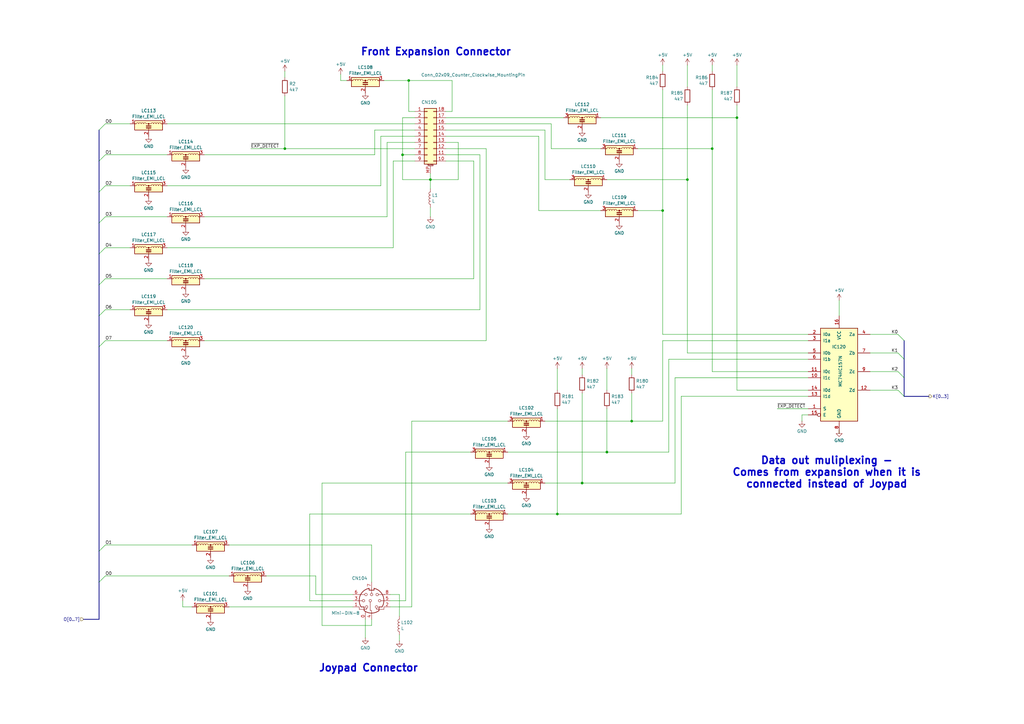
<source format=kicad_sch>
(kicad_sch (version 20231120) (generator "eeschema") (generator_version "8.0")
  (paper "A3")
  (title_block (title "PC-Engine SuperGrafx Schematics") (date "2024-04-18") (rev "0.1") (company "Author: Regis Galland") (comment 1 "Reversed Engineered Schematics from actual PCB"))
  (lib_symbols
    (symbol "74xx:74LS157" (pin_names (offset 1.016))
      (property "Reference" "U" (at -7.62 19.05 0))
      (property "Value" "74LS157" (at -7.62 -21.59 0))
      (symbol "74LS157_1_0"
        (pin input line (at -12.7 -15.24 0) (length 5.08) (name "S") (number "1"))
        (pin input line (at -12.7 -2.54 0) (length 5.08) (name "I1c") (number "10"))
        (pin input line (at -12.7 0 0) (length 5.08) (name "I0c") (number "11"))
        (pin output line (at 12.7 -7.62 180) (length 5.08) (name "Zd") (number "12"))
        (pin input line (at -12.7 -10.16 0) (length 5.08) (name "I1d") (number "13"))
        (pin input line (at -12.7 -7.62 0) (length 5.08) (name "I0d") (number "14"))
        (pin input inverted (at -12.7 -17.78 0) (length 5.08) (name "E") (number "15"))
        (pin power_in line (at 0 22.86 270) (length 5.08) (name "VCC") (number "16"))
        (pin input line (at -12.7 15.24 0) (length 5.08) (name "I0a") (number "2"))
        (pin input line (at -12.7 12.7 0) (length 5.08) (name "I1a") (number "3"))
        (pin output line (at 12.7 15.24 180) (length 5.08) (name "Za") (number "4"))
        (pin input line (at -12.7 7.62 0) (length 5.08) (name "I0b") (number "5"))
        (pin input line (at -12.7 5.08 0) (length 5.08) (name "I1b") (number "6"))
        (pin output line (at 12.7 7.62 180) (length 5.08) (name "Zb") (number "7"))
        (pin power_in line (at 0 -25.4 90) (length 5.08) (name "GND") (number "8"))
        (pin output line (at 12.7 0 180) (length 5.08) (name "Zc") (number "9"))
      )
      (symbol "74LS157_1_1"
        (rectangle (start -7.62 17.78) (end 7.62 -20.32) (stroke (width 0.254)) (fill (type background)))
      )
    )
    (symbol "Connector_Generic_MountingPin:Conn_02x09_Counter_Clockwise_MountingPin" (pin_names (offset 1.016) hide)
      (property "Reference" "J" (at 1.27 12.7 0))
      (property "Value" "Conn_02x09_Counter_Clockwise_MountingPin" (at 2.54 -12.7 0))
      (symbol "Conn_02x09_Counter_Clockwise_MountingPin_1_1"
        (rectangle (start -1.27 -10.033) (end 0 -10.287) (stroke (width 0.1524)))
        (rectangle (start -1.27 -7.493) (end 0 -7.747) (stroke (width 0.1524)))
        (rectangle (start -1.27 -4.953) (end 0 -5.207) (stroke (width 0.1524)))
        (rectangle (start -1.27 -2.413) (end 0 -2.667) (stroke (width 0.1524)))
        (rectangle (start -1.27 0.127) (end 0 -0.127) (stroke (width 0.1524)))
        (rectangle (start -1.27 2.667) (end 0 2.413) (stroke (width 0.1524)))
        (rectangle (start -1.27 5.207) (end 0 4.953) (stroke (width 0.1524)))
        (rectangle (start -1.27 7.747) (end 0 7.493) (stroke (width 0.1524)))
        (rectangle (start -1.27 10.287) (end 0 10.033) (stroke (width 0.1524)))
        (rectangle (start -1.27 11.43) (end 3.81 -11.43) (stroke (width 0.254)) (fill (type background)))
        (polyline (pts (xy 0.254 -12.192) (xy 2.286 -12.192)) (stroke (width 0.1524)))
        (rectangle (start 3.81 -10.033) (end 2.54 -10.287) (stroke (width 0.1524)))
        (rectangle (start 3.81 -7.493) (end 2.54 -7.747) (stroke (width 0.1524)))
        (rectangle (start 3.81 -4.953) (end 2.54 -5.207) (stroke (width 0.1524)))
        (rectangle (start 3.81 -2.413) (end 2.54 -2.667) (stroke (width 0.1524)))
        (rectangle (start 3.81 0.127) (end 2.54 -0.127) (stroke (width 0.1524)))
        (rectangle (start 3.81 2.667) (end 2.54 2.413) (stroke (width 0.1524)))
        (rectangle (start 3.81 5.207) (end 2.54 4.953) (stroke (width 0.1524)))
        (rectangle (start 3.81 7.747) (end 2.54 7.493) (stroke (width 0.1524)))
        (rectangle (start 3.81 10.287) (end 2.54 10.033) (stroke (width 0.1524)))
        (text "Mounting" (at 1.27 -11.811 0) (effects (font (size 0.381 0.381))))
        (pin passive line (at -5.08 10.16 0) (length 3.81) (name "Pin_1") (number "1"))
        (pin passive line (at 7.62 -10.16 180) (length 3.81) (name "Pin_10") (number "10"))
        (pin passive line (at 7.62 -7.62 180) (length 3.81) (name "Pin_11") (number "11"))
        (pin passive line (at 7.62 -5.08 180) (length 3.81) (name "Pin_12") (number "12"))
        (pin passive line (at 7.62 -2.54 180) (length 3.81) (name "Pin_13") (number "13"))
        (pin passive line (at 7.62 0 180) (length 3.81) (name "Pin_14") (number "14"))
        (pin passive line (at 7.62 2.54 180) (length 3.81) (name "Pin_15") (number "15"))
        (pin passive line (at 7.62 5.08 180) (length 3.81) (name "Pin_16") (number "16"))
        (pin passive line (at 7.62 7.62 180) (length 3.81) (name "Pin_17") (number "17"))
        (pin passive line (at 7.62 10.16 180) (length 3.81) (name "Pin_18") (number "18"))
        (pin passive line (at -5.08 7.62 0) (length 3.81) (name "Pin_2") (number "2"))
        (pin passive line (at -5.08 5.08 0) (length 3.81) (name "Pin_3") (number "3"))
        (pin passive line (at -5.08 2.54 0) (length 3.81) (name "Pin_4") (number "4"))
        (pin passive line (at -5.08 0 0) (length 3.81) (name "Pin_5") (number "5"))
        (pin passive line (at -5.08 -2.54 0) (length 3.81) (name "Pin_6") (number "6"))
        (pin passive line (at -5.08 -5.08 0) (length 3.81) (name "Pin_7") (number "7"))
        (pin passive line (at -5.08 -7.62 0) (length 3.81) (name "Pin_8") (number "8"))
        (pin passive line (at -5.08 -10.16 0) (length 3.81) (name "Pin_9") (number "9"))
        (pin passive line (at 1.27 -15.24 90) (length 3.048) (name "MountPin") (number "MP"))
      )
    )
    (symbol "Device:Filter_EMI_LCL" (pin_names (offset 0.254) hide)
      (property "Reference" "FL" (at 0 6.985 0))
      (property "Value" "Filter_EMI_LCL" (at 0 5.08 0))
      (symbol "Filter_EMI_LCL_0_1"
        (rectangle (start -5.715 3.81) (end 5.715 0) (stroke (width 0.254)) (fill (type background)))
        (arc (start -4.064 2.54) (mid -4.572 3.0458) (end -5.08 2.54))
        (arc (start -3.048 2.54) (mid -3.556 3.0458) (end -4.064 2.54))
        (arc (start -2.032 2.54) (mid -2.54 3.0458) (end -3.048 2.54))
        (rectangle (start -1.016 0.762) (end 1.016 1.016) (fill (type outline)))
        (arc (start -1.016 2.54) (mid -1.524 3.0458) (end -2.032 2.54))
        (polyline (pts (xy -1.016 2.54) (xy 1.016 2.54)))
        (polyline (pts (xy 0 0.762) (xy 0 0)))
        (polyline (pts (xy 0 2.54) (xy 0 1.778)))
        (circle (center 0 2.54) (radius 0.254) (fill (type outline)))
        (rectangle (start 1.016 1.524) (end -1.016 1.778) (fill (type outline)))
        (arc (start 2.032 2.54) (mid 1.524 3.0458) (end 1.016 2.54))
        (arc (start 3.048 2.54) (mid 2.54 3.0458) (end 2.032 2.54))
        (arc (start 4.064 2.54) (mid 3.556 3.0458) (end 3.048 2.54))
        (arc (start 5.08 2.54) (mid 4.572 3.0458) (end 4.064 2.54))
      )
      (symbol "Filter_EMI_LCL_1_1"
        (pin passive line (at -7.62 2.54 0) (length 2.54) (name "1") (number "1"))
        (pin passive line (at 0 -2.54 90) (length 2.54) (name "2") (number "2"))
        (pin passive line (at 7.62 2.54 180) (length 2.54) (name "3") (number "3"))
      )
    )
    (symbol "Device:L" (pin_numbers hide) (pin_names (offset 1.016) hide)
      (property "Reference" "L" (at -1.27 0 90))
      (property "Value" "L" (at 1.905 0 90))
      (symbol "L_0_1"
        (arc (start 0 -2.54) (mid 0.6323 -1.905) (end 0 -1.27))
        (arc (start 0 -1.27) (mid 0.6323 -0.635) (end 0 0))
        (arc (start 0 0) (mid 0.6323 0.635) (end 0 1.27))
        (arc (start 0 1.27) (mid 0.6323 1.905) (end 0 2.54))
      )
      (symbol "L_1_1"
        (pin passive line (at 0 3.81 270) (length 1.27) (name "1") (number "1"))
        (pin passive line (at 0 -3.81 90) (length 1.27) (name "2") (number "2"))
      )
    )
    (symbol "Device:R" (pin_numbers hide) (pin_names (offset 0))
      (property "Reference" "R" (at 2.032 0 90))
      (property "Value" "R" (at 0 0 90))
      (symbol "R_0_1"
        (rectangle (start -1.016 -2.54) (end 1.016 2.54) (stroke (width 0.254)))
      )
      (symbol "R_1_1"
        (pin passive line (at 0 3.81 270) (length 1.27) (name "~") (number "1"))
        (pin passive line (at 0 -3.81 90) (length 1.27) (name "~") (number "2"))
      )
    )
    (symbol "SuperGrafx:Mini-DIN-8" (pin_names (offset 1.016))
      (property "Reference" "J" (at 5.08 5.08 0))
      (property "Value" "Mini-DIN-8" (at 10.668 -5.08 0))
      (symbol "Mini-DIN-8_0_1"
        (circle (center -3.302 0) (radius 0.508))
        (arc (start -3.048 -4.064) (mid 0 -5.08) (end 3.048 -4.064) (stroke (width 0.254)))
        (circle (center -2.286 2.5146) (radius 0.508))
        (circle (center -2.032 -2.54) (radius 0.508))
        (arc (start -1.016 5.08) (mid -4.6228 2.1214) (end -4.318 -2.54) (stroke (width 0.254)))
        (polyline (pts (xy -3.81 0) (xy -5.08 0)))
        (polyline (pts (xy -2.794 2.54) (xy -5.334 2.54)))
        (polyline (pts (xy 0 5.1054) (xy 0 3.048)))
        (polyline (pts (xy 2.54 -5.08) (xy 2.54 -4.445)))
        (polyline (pts (xy 2.794 2.54) (xy 5.08 2.54)))
        (polyline (pts (xy 5.08 0) (xy 3.81 0)))
        (polyline (pts (xy -4.318 -2.54) (xy -3.048 -2.54) (xy -3.048 -4.064)) (stroke (width 0.254)))
        (polyline (pts (xy 4.318 -2.54) (xy 3.048 -2.54) (xy 3.048 -4.064)) (stroke (width 0.254)))
        (polyline (pts (xy -2.032 -3.048) (xy -2.032 -3.556) (xy -5.08 -3.556) (xy -5.08 -2.54)))
        (polyline (pts (xy -1.016 5.08) (xy -1.016 4.318) (xy 1.016 4.318) (xy 1.016 5.08)) (stroke (width 0.254)))
        (polyline (pts (xy 0.5842 -0.508) (xy 0.5842 -4.0132) (xy 0 -4.0132) (xy 0 -5.1816)))
        (polyline (pts (xy 2.032 -3.048) (xy 2.032 -3.556) (xy 5.08 -3.556) (xy 5.08 -2.54)))
        (circle (center 0 2.54) (radius 0.508))
        (circle (center 2.032 -2.54) (radius 0.508))
        (circle (center 2.286 2.54) (radius 0.508))
        (circle (center 3.302 0) (radius 0.508))
        (arc (start 4.318 -2.54) (mid 4.6661 2.1322) (end 1.016 5.08) (stroke (width 0.254)))
      )
      (symbol "Mini-DIN-8_1_1"
        (circle (center 0.5334 0) (radius 0.508))
        (pin passive line (at 2.54 -7.62 90) (length 2.54) (name "") (number "0"))
        (pin passive line (at 7.62 -2.54 180) (length 2.54) (name "~") (number "1"))
        (pin passive line (at -7.62 -2.54 0) (length 2.54) (name "~") (number "2"))
        (pin passive line (at 7.62 0 180) (length 2.54) (name "~") (number "3"))
        (pin passive line (at 0 -7.62 90) (length 2.54) (name "~") (number "4"))
        (pin passive line (at -7.62 0 0) (length 2.54) (name "~") (number "5"))
        (pin passive line (at 7.62 2.54 180) (length 2.54) (name "~") (number "6"))
        (pin passive line (at 0 7.62 270) (length 2.54) (name "~") (number "7"))
        (pin passive line (at -7.62 2.54 0) (length 2.54) (name "~") (number "8"))
      )
    )
    (symbol "power:+5V" (power) (pin_numbers hide) (pin_names (offset 0) hide)
      (property "Value" "+5V" (at 0 3.556 0))
      (symbol "+5V_0_1"
        (polyline (pts (xy -0.762 1.27) (xy 0 2.54)))
        (polyline (pts (xy 0 0) (xy 0 2.54)))
        (polyline (pts (xy 0 2.54) (xy 0.762 1.27)))
      )
      (symbol "+5V_1_1"
        (pin power_in line (at 0 0 90) (length 0) (name "~") (number "1"))
      )
    )
    (symbol "power:GND" (power) (pin_numbers hide) (pin_names (offset 0) hide)
      (property "Value" "GND" (at 0 -3.81 0))
      (symbol "GND_0_1"
        (polyline (pts (xy 0 0) (xy 0 -1.27) (xy 1.27 -1.27) (xy 0 -2.54) (xy -1.27 -1.27) (xy 0 -1.27)))
      )
      (symbol "GND_1_1"
        (pin power_in line (at 0 0 270) (length 0) (name "~") (number "1"))
      )
    )
  )
  (junction (at 271.78 86.36))
  (junction (at 248.92 185.42))
  (junction (at 167.64 33.02))
  (junction (at 281.94 73.66))
  (junction (at 302.26 48.26))
  (junction (at 238.76 198.12))
  (junction (at 116.84 60.96))
  (junction (at 292.1 60.96))
  (junction (at 165.1 63.5))
  (junction (at 228.6 210.82))
  (junction (at 176.53 73.66))
  (junction (at 259.08 172.72))
  (bus_entry (at 368.3 160.02) (size 2.54 2.54))
  (bus_entry (at 43.18 88.9) (size -2.54 2.54))
  (bus_entry (at 43.18 63.5) (size -2.54 2.54))
  (bus_entry (at 43.18 50.8) (size -2.54 2.54))
  (bus_entry (at 43.18 76.2) (size -2.54 2.54))
  (bus_entry (at 368.3 144.78) (size 2.54 2.54))
  (bus_entry (at 43.18 127) (size -2.54 2.54))
  (bus_entry (at 368.3 137.16) (size 2.54 2.54))
  (bus_entry (at 43.18 139.7) (size -2.54 2.54))
  (bus_entry (at 43.18 101.6) (size -2.54 2.54))
  (bus_entry (at 368.3 152.4) (size 2.54 2.54))
  (bus_entry (at 43.18 223.52) (size -2.54 2.54))
  (bus_entry (at 43.18 114.3) (size -2.54 2.54))
  (bus_entry (at 43.18 236.22) (size -2.54 2.54))
  (wire (pts (xy 166.37 185.42) (xy 193.04 185.42)))
  (wire (pts (xy 93.98 223.52) (xy 152.4 223.52)))
  (wire (pts (xy 156.21 55.88) (xy 170.18 55.88)))
  (wire (pts (xy 271.78 172.72) (xy 259.08 172.72)))
  (wire (pts (xy 271.78 36.83) (xy 271.78 86.36)))
  (wire (pts (xy 182.88 45.72) (xy 185.42 45.72)))
  (wire (pts (xy 246.38 86.36) (xy 220.98 86.36)))
  (wire (pts (xy 176.53 71.12) (xy 176.53 73.66)))
  (wire (pts (xy 168.91 172.72) (xy 208.28 172.72)))
  (wire (pts (xy 271.78 137.16) (xy 271.78 86.36)))
  (wire (pts (xy 238.76 151.13) (xy 238.76 153.67)))
  (wire (pts (xy 248.92 185.42) (xy 248.92 167.64)))
  (bus (pts (xy 40.64 226.06) (xy 40.64 238.76)))
  (wire (pts (xy 167.64 45.72) (xy 167.64 33.02)))
  (wire (pts (xy 158.75 88.9) (xy 158.75 58.42)))
  (bus (pts (xy 40.64 104.14) (xy 40.64 116.84)))
  (wire (pts (xy 279.4 162.56) (xy 331.47 162.56)))
  (wire (pts (xy 129.54 236.22) (xy 109.22 236.22)))
  (bus (pts (xy 370.84 154.94) (xy 370.84 162.56)))
  (wire (pts (xy 68.58 127) (xy 196.85 127)))
  (wire (pts (xy 168.91 248.92) (xy 168.91 172.72)))
  (wire (pts (xy 144.78 243.84) (xy 129.54 243.84)))
  (wire (pts (xy 83.82 114.3) (xy 194.31 114.3)))
  (wire (pts (xy 331.47 144.78) (xy 281.94 144.78)))
  (wire (pts (xy 271.78 139.7) (xy 331.47 139.7)))
  (wire (pts (xy 43.18 101.6) (xy 53.34 101.6)))
  (wire (pts (xy 132.08 256.54) (xy 132.08 198.12)))
  (wire (pts (xy 153.67 53.34) (xy 170.18 53.34)))
  (wire (pts (xy 182.88 55.88) (xy 220.98 55.88)))
  (wire (pts (xy 68.58 76.2) (xy 156.21 76.2)))
  (wire (pts (xy 328.93 170.18) (xy 328.93 172.72)))
  (wire (pts (xy 68.58 50.8) (xy 170.18 50.8)))
  (wire (pts (xy 163.83 262.89) (xy 163.83 260.35)))
  (wire (pts (xy 176.53 73.66) (xy 176.53 77.47)))
  (wire (pts (xy 165.1 73.66) (xy 165.1 63.5)))
  (bus (pts (xy 370.84 162.56) (xy 381 162.56)))
  (wire (pts (xy 160.02 243.84) (xy 163.83 243.84)))
  (wire (pts (xy 170.18 63.5) (xy 165.1 63.5)))
  (wire (pts (xy 182.88 63.5) (xy 196.85 63.5)))
  (wire (pts (xy 185.42 33.02) (xy 185.42 45.72)))
  (wire (pts (xy 368.3 152.4) (xy 356.87 152.4)))
  (wire (pts (xy 274.32 147.32) (xy 274.32 185.42)))
  (wire (pts (xy 199.39 60.96) (xy 182.88 60.96)))
  (bus (pts (xy 40.64 142.24) (xy 40.64 226.06)))
  (wire (pts (xy 274.32 147.32) (xy 331.47 147.32)))
  (wire (pts (xy 302.26 160.02) (xy 331.47 160.02)))
  (wire (pts (xy 199.39 139.7) (xy 199.39 60.96)))
  (wire (pts (xy 182.88 50.8) (xy 226.06 50.8)))
  (wire (pts (xy 170.18 48.26) (xy 165.1 48.26)))
  (wire (pts (xy 271.78 86.36) (xy 261.62 86.36)))
  (wire (pts (xy 248.92 151.13) (xy 248.92 160.02)))
  (wire (pts (xy 74.93 248.92) (xy 78.74 248.92)))
  (wire (pts (xy 279.4 162.56) (xy 279.4 210.82)))
  (wire (pts (xy 144.78 246.38) (xy 127 246.38)))
  (wire (pts (xy 259.08 172.72) (xy 223.52 172.72)))
  (wire (pts (xy 160.02 246.38) (xy 166.37 246.38)))
  (wire (pts (xy 102.87 60.96) (xy 116.84 60.96)))
  (wire (pts (xy 156.21 76.2) (xy 156.21 55.88)))
  (wire (pts (xy 83.82 63.5) (xy 153.67 63.5)))
  (wire (pts (xy 116.84 60.96) (xy 170.18 60.96)))
  (bus (pts (xy 40.64 116.84) (xy 40.64 129.54)))
  (bus (pts (xy 40.64 129.54) (xy 40.64 142.24)))
  (wire (pts (xy 182.88 58.42) (xy 187.96 58.42)))
  (wire (pts (xy 248.92 185.42) (xy 274.32 185.42)))
  (wire (pts (xy 139.7 33.02) (xy 142.24 33.02)))
  (wire (pts (xy 259.08 151.13) (xy 259.08 153.67)))
  (wire (pts (xy 43.18 88.9) (xy 68.58 88.9)))
  (wire (pts (xy 292.1 60.96) (xy 292.1 36.83)))
  (wire (pts (xy 152.4 254) (xy 152.4 256.54)))
  (wire (pts (xy 170.18 66.04) (xy 161.29 66.04)))
  (bus (pts (xy 40.64 66.04) (xy 40.64 78.74)))
  (wire (pts (xy 43.18 114.3) (xy 68.58 114.3)))
  (wire (pts (xy 248.92 73.66) (xy 281.94 73.66)))
  (wire (pts (xy 238.76 198.12) (xy 276.86 198.12)))
  (wire (pts (xy 194.31 66.04) (xy 194.31 114.3)))
  (wire (pts (xy 74.93 246.38) (xy 74.93 248.92)))
  (wire (pts (xy 226.06 60.96) (xy 226.06 50.8)))
  (wire (pts (xy 132.08 198.12) (xy 208.28 198.12)))
  (wire (pts (xy 127 210.82) (xy 193.04 210.82)))
  (wire (pts (xy 157.48 33.02) (xy 167.64 33.02)))
  (wire (pts (xy 43.18 236.22) (xy 93.98 236.22)))
  (wire (pts (xy 167.64 45.72) (xy 170.18 45.72)))
  (wire (pts (xy 116.84 39.37) (xy 116.84 60.96)))
  (wire (pts (xy 246.38 48.26) (xy 302.26 48.26)))
  (wire (pts (xy 43.18 76.2) (xy 53.34 76.2)))
  (wire (pts (xy 368.3 144.78) (xy 356.87 144.78)))
  (wire (pts (xy 228.6 210.82) (xy 228.6 167.64)))
  (wire (pts (xy 158.75 58.42) (xy 170.18 58.42)))
  (wire (pts (xy 153.67 63.5) (xy 153.67 53.34)))
  (bus (pts (xy 34.29 254) (xy 40.64 254)))
  (wire (pts (xy 281.94 43.18) (xy 281.94 73.66)))
  (wire (pts (xy 43.18 63.5) (xy 68.58 63.5)))
  (wire (pts (xy 246.38 60.96) (xy 226.06 60.96)))
  (wire (pts (xy 127 246.38) (xy 127 210.82)))
  (wire (pts (xy 187.96 73.66) (xy 176.53 73.66)))
  (wire (pts (xy 83.82 88.9) (xy 158.75 88.9)))
  (wire (pts (xy 182.88 66.04) (xy 194.31 66.04)))
  (wire (pts (xy 182.88 53.34) (xy 223.52 53.34)))
  (wire (pts (xy 228.6 210.82) (xy 208.28 210.82)))
  (wire (pts (xy 160.02 248.92) (xy 168.91 248.92)))
  (wire (pts (xy 292.1 60.96) (xy 292.1 152.4)))
  (wire (pts (xy 228.6 210.82) (xy 279.4 210.82)))
  (wire (pts (xy 152.4 256.54) (xy 132.08 256.54)))
  (wire (pts (xy 165.1 48.26) (xy 165.1 63.5)))
  (wire (pts (xy 68.58 101.6) (xy 161.29 101.6)))
  (wire (pts (xy 302.26 48.26) (xy 302.26 43.18)))
  (wire (pts (xy 276.86 154.94) (xy 276.86 198.12)))
  (wire (pts (xy 43.18 223.52) (xy 78.74 223.52)))
  (bus (pts (xy 40.64 91.44) (xy 40.64 104.14)))
  (wire (pts (xy 271.78 139.7) (xy 271.78 172.72)))
  (wire (pts (xy 182.88 48.26) (xy 231.14 48.26)))
  (wire (pts (xy 167.64 33.02) (xy 185.42 33.02)))
  (wire (pts (xy 281.94 26.67) (xy 281.94 35.56)))
  (wire (pts (xy 292.1 26.67) (xy 292.1 29.21)))
  (wire (pts (xy 43.18 50.8) (xy 53.34 50.8)))
  (wire (pts (xy 139.7 30.48) (xy 139.7 33.02)))
  (wire (pts (xy 43.18 139.7) (xy 68.58 139.7)))
  (wire (pts (xy 223.52 73.66) (xy 233.68 73.66)))
  (wire (pts (xy 116.84 29.21) (xy 116.84 31.75)))
  (wire (pts (xy 302.26 48.26) (xy 302.26 160.02)))
  (wire (pts (xy 152.4 238.76) (xy 152.4 223.52)))
  (wire (pts (xy 331.47 170.18) (xy 328.93 170.18)))
  (wire (pts (xy 129.54 243.84) (xy 129.54 236.22)))
  (wire (pts (xy 93.98 248.92) (xy 144.78 248.92)))
  (wire (pts (xy 223.52 73.66) (xy 223.52 53.34)))
  (wire (pts (xy 220.98 86.36) (xy 220.98 55.88)))
  (wire (pts (xy 276.86 154.94) (xy 331.47 154.94)))
  (wire (pts (xy 238.76 198.12) (xy 223.52 198.12)))
  (bus (pts (xy 40.64 238.76) (xy 40.64 254)))
  (wire (pts (xy 331.47 137.16) (xy 271.78 137.16)))
  (bus (pts (xy 370.84 147.32) (xy 370.84 154.94)))
  (wire (pts (xy 368.3 160.02) (xy 356.87 160.02)))
  (wire (pts (xy 318.77 167.64) (xy 331.47 167.64)))
  (wire (pts (xy 53.34 127) (xy 43.18 127)))
  (wire (pts (xy 281.94 144.78) (xy 281.94 73.66)))
  (wire (pts (xy 259.08 161.29) (xy 259.08 172.72)))
  (wire (pts (xy 344.17 177.8) (xy 344.17 176.53)))
  (bus (pts (xy 40.64 53.34) (xy 40.64 66.04)))
  (wire (pts (xy 261.62 60.96) (xy 292.1 60.96)))
  (wire (pts (xy 166.37 246.38) (xy 166.37 185.42)))
  (wire (pts (xy 83.82 139.7) (xy 199.39 139.7)))
  (wire (pts (xy 238.76 198.12) (xy 238.76 161.29)))
  (wire (pts (xy 176.53 88.9) (xy 176.53 85.09)))
  (wire (pts (xy 163.83 252.73) (xy 163.83 243.84)))
  (wire (pts (xy 302.26 26.67) (xy 302.26 35.56)))
  (wire (pts (xy 149.86 254) (xy 149.86 261.62)))
  (wire (pts (xy 176.53 73.66) (xy 165.1 73.66)))
  (bus (pts (xy 370.84 139.7) (xy 370.84 147.32)))
  (wire (pts (xy 271.78 26.67) (xy 271.78 29.21)))
  (wire (pts (xy 187.96 58.42) (xy 187.96 73.66)))
  (wire (pts (xy 228.6 151.13) (xy 228.6 160.02)))
  (wire (pts (xy 356.87 137.16) (xy 368.3 137.16)))
  (wire (pts (xy 248.92 185.42) (xy 208.28 185.42)))
  (wire (pts (xy 344.17 123.19) (xy 344.17 129.54)))
  (bus (pts (xy 40.64 78.74) (xy 40.64 91.44)))
  (wire (pts (xy 196.85 63.5) (xy 196.85 127)))
  (wire (pts (xy 161.29 66.04) (xy 161.29 101.6)))
  (wire (pts (xy 331.47 152.4) (xy 292.1 152.4)))
  (text "Front Expansion Connector" (at 178.816 21.336 0) (effects (font (size 3 3) (thickness 0.6) (bold yes))))
  (text "Joypad Connector" (at 151.13 274.066 0) (effects (font (size 3 3) (thickness 0.6) (bold yes))))
  (text "Data out muliplexing -\nComes from expansion when it is\nconnected instead of Joypad\n" (at 339.09 193.802 0) (effects (font (size 3 3) (thickness 0.6) (bold yes))))
  (label "O4" (at 43.18 101.6 0))
  (label "K3" (at 368.3 160.02 180))
  (label "~{EXP_DETECT}" (at 318.77 167.64 0))
  (label "O3" (at 43.18 88.9 0))
  (label "O7" (at 43.18 139.7 0))
  (label "O1" (at 43.18 63.5 0))
  (label "O0" (at 43.18 50.8 0))
  (label "O0" (at 43.18 236.22 0))
  (label "O2" (at 43.18 76.2 0))
  (label "~{EXP_DETECT}" (at 102.87 60.96 0))
  (label "O1" (at 43.18 223.52 0))
  (label "O6" (at 43.18 127 0))
  (label "K2" (at 368.3 152.4 180))
  (label "O5" (at 43.18 114.3 0))
  (label "K1" (at 368.3 144.78 180))
  (label "K0" (at 368.3 137.16 180))
  (hierarchical_label "O[0..7]" (shape input) (at 34.29 254 180))
  (hierarchical_label "K[0..3]" (shape output) (at 381 162.56 0))
  (symbol (lib_id "power:+5V") (at 116.84 29.21 0) (unit 1)
    (property "Reference" "#PWR077" (effects (hide yes)))
    (property "Value" "+5V" (at 116.84 25.0769 0))
    (property "Description" "Power symbol creates a global label with name \"+5V\"" (effects (hide yes)))
  )
  (symbol (lib_id "power:GND") (at 215.9 177.8 0) (mirror y) (unit 1)
    (property "Reference" "#PWR0100" (effects (hide yes)))
    (property "Value" "GND" (at 215.9 181.9331 0))
    (property "Description" "Power symbol creates a global label with name \"GND\" , ground" (effects (hide yes)))
  )
  (symbol (lib_id "Device:L") (at 176.53 81.28 0) (mirror y) (unit 1)
    (property "Reference" "L1" (at 177.1649 80.0678 0) (effects (justify right)))
    (property "Value" "L" (at 177.1649 82.4921 0) (effects (justify right)))
    (property "Description" "Inductor" (effects (hide yes)))
  )
  (symbol (lib_id "power:GND") (at 60.96 106.68 0) (unit 1)
    (property "Reference" "#PWR089" (effects (hide yes)))
    (property "Value" "GND" (at 60.96 110.8131 0))
    (property "Description" "Power symbol creates a global label with name \"GND\" , ground" (effects (hide yes)))
  )
  (symbol (lib_id "power:GND") (at 60.96 81.28 0) (unit 1)
    (property "Reference" "#PWR085" (effects (hide yes)))
    (property "Value" "GND" (at 60.96 85.4131 0))
    (property "Description" "Power symbol creates a global label with name \"GND\" , ground" (effects (hide yes)))
  )
  (symbol (lib_id "power:GND") (at 149.86 38.1 0) (unit 1)
    (property "Reference" "#PWR079" (effects (hide yes)))
    (property "Value" "GND" (at 149.86 42.2331 0))
    (property "Description" "Power symbol creates a global label with name \"GND\" , ground" (effects (hide yes)))
  )
  (symbol (lib_id "Device:Filter_EMI_LCL") (at 60.96 129.54 0) (unit 1)
    (property "Reference" "LC119" (at 60.96 121.5855 0))
    (property "Value" "Filter_EMI_LCL" (at 60.96 124.0098 0))
    (property "Datasheet" "http://www.murata.com/~/media/webrenewal/support/library/catalog/products/emc/emifil/c31e.ashx?la=en-gb" (effects (hide yes)))
    (property "Description" "EMI T-filter (LCL)" (effects (hide yes)))
  )
  (symbol (lib_id "power:GND") (at 238.76 53.34 0) (mirror y) (unit 1)
    (property "Reference" "#PWR080" (effects (hide yes)))
    (property "Value" "GND" (at 238.76 57.4731 0))
    (property "Description" "Power symbol creates a global label with name \"GND\" , ground" (effects (hide yes)))
  )
  (symbol (lib_id "power:GND") (at 344.17 176.53 0) (mirror y) (unit 1)
    (property "Reference" "#PWR099" (effects (hide yes)))
    (property "Value" "GND" (at 344.17 180.6631 0))
    (property "Description" "Power symbol creates a global label with name \"GND\" , ground" (effects (hide yes)))
  )
  (symbol (lib_id "power:+5V") (at 292.1 26.67 0) (mirror y) (unit 1)
    (property "Reference" "#PWR075" (effects (hide yes)))
    (property "Value" "+5V" (at 292.1 22.5369 0))
    (property "Description" "Power symbol creates a global label with name \"+5V\"" (effects (hide yes)))
  )
  (symbol (lib_id "power:GND") (at 254 66.04 0) (mirror y) (unit 1)
    (property "Reference" "#PWR082" (effects (hide yes)))
    (property "Value" "GND" (at 254 70.1731 0))
    (property "Description" "Power symbol creates a global label with name \"GND\" , ground" (effects (hide yes)))
  )
  (symbol (lib_id "Device:Filter_EMI_LCL") (at 254 63.5 0) (mirror y) (unit 1)
    (property "Reference" "LC111" (at 254 55.5455 0))
    (property "Value" "Filter_EMI_LCL" (at 254 57.9698 0))
    (property "Datasheet" "http://www.murata.com/~/media/webrenewal/support/library/catalog/products/emc/emifil/c31e.ashx?la=en-gb" (effects (hide yes)))
    (property "Description" "EMI T-filter (LCL)" (effects (hide yes)))
  )
  (symbol (lib_id "Device:Filter_EMI_LCL") (at 76.2 116.84 0) (unit 1)
    (property "Reference" "LC118" (at 76.2 108.8855 0))
    (property "Value" "Filter_EMI_LCL" (at 76.2 111.3098 0))
    (property "Datasheet" "http://www.murata.com/~/media/webrenewal/support/library/catalog/products/emc/emifil/c31e.ashx?la=en-gb" (effects (hide yes)))
    (property "Description" "EMI T-filter (LCL)" (effects (hide yes)))
  )
  (symbol (lib_id "Device:Filter_EMI_LCL") (at 215.9 175.26 0) (mirror y) (unit 1)
    (property "Reference" "LC102" (at 215.9 167.3055 0))
    (property "Value" "Filter_EMI_LCL" (at 215.9 169.7298 0))
    (property "Datasheet" "http://www.murata.com/~/media/webrenewal/support/library/catalog/products/emc/emifil/c31e.ashx?la=en-gb" (effects (hide yes)))
    (property "Description" "EMI T-filter (LCL)" (effects (hide yes)))
  )
  (symbol (lib_id "Device:R") (at 292.1 33.02 0) (mirror x) (unit 1)
    (property "Reference" "R186" (at 290.3221 31.8078 0) (effects (justify right)))
    (property "Value" "4k7" (at 290.3221 34.2321 0) (effects (justify right)))
    (property "Description" "Resistor" (effects (hide yes)))
  )
  (symbol (lib_id "Device:Filter_EMI_LCL") (at 200.66 187.96 0) (mirror y) (unit 1)
    (property "Reference" "LC105" (at 200.66 180.0055 0))
    (property "Value" "Filter_EMI_LCL" (at 200.66 182.4298 0))
    (property "Datasheet" "http://www.murata.com/~/media/webrenewal/support/library/catalog/products/emc/emifil/c31e.ashx?la=en-gb" (effects (hide yes)))
    (property "Description" "EMI T-filter (LCL)" (effects (hide yes)))
  )
  (symbol (lib_id "power:+5V") (at 74.93 246.38 0) (mirror y) (unit 1)
    (property "Reference" "#PWR0106" (effects (hide yes)))
    (property "Value" "+5V" (at 74.93 242.2469 0))
    (property "Description" "Power symbol creates a global label with name \"+5V\"" (effects (hide yes)))
  )
  (symbol (lib_id "Device:R") (at 116.84 35.56 180) (unit 1)
    (property "Reference" "R2" (at 118.6179 34.3478 0) (effects (justify right)))
    (property "Value" "4k7" (at 118.6179 36.7721 0) (effects (justify right)))
    (property "Description" "Resistor" (effects (hide yes)))
  )
  (symbol (lib_id "power:+5V") (at 344.17 123.19 0) (mirror y) (unit 1)
    (property "Reference" "#PWR091" (effects (hide yes)))
    (property "Value" "+5V" (at 344.17 119.0569 0))
    (property "Description" "Power symbol creates a global label with name \"+5V\"" (effects (hide yes)))
  )
  (symbol (lib_id "power:GND") (at 86.36 228.6 0) (unit 1)
    (property "Reference" "#PWR0104" (effects (hide yes)))
    (property "Value" "GND" (at 86.36 232.7331 0))
    (property "Description" "Power symbol creates a global label with name \"GND\" , ground" (effects (hide yes)))
  )
  (symbol (lib_id "Device:Filter_EMI_LCL") (at 86.36 226.06 0) (unit 1)
    (property "Reference" "LC107" (at 86.36 218.1055 0))
    (property "Value" "Filter_EMI_LCL" (at 86.36 220.5298 0))
    (property "Datasheet" "http://www.murata.com/~/media/webrenewal/support/library/catalog/products/emc/emifil/c31e.ashx?la=en-gb" (effects (hide yes)))
    (property "Description" "EMI T-filter (LCL)" (effects (hide yes)))
  )
  (symbol (lib_id "Device:Filter_EMI_LCL") (at 86.36 251.46 0) (unit 1)
    (property "Reference" "LC101" (at 86.36 243.5055 0))
    (property "Value" "Filter_EMI_LCL" (at 86.36 245.9298 0))
    (property "Datasheet" "http://www.murata.com/~/media/webrenewal/support/library/catalog/products/emc/emifil/c31e.ashx?la=en-gb" (effects (hide yes)))
    (property "Description" "EMI T-filter (LCL)" (effects (hide yes)))
  )
  (symbol (lib_id "power:GND") (at 215.9 203.2 0) (mirror y) (unit 1)
    (property "Reference" "#PWR0102" (effects (hide yes)))
    (property "Value" "GND" (at 215.9 207.3331 0))
    (property "Description" "Power symbol creates a global label with name \"GND\" , ground" (effects (hide yes)))
  )
  (symbol (lib_id "power:GND") (at 60.96 132.08 0) (unit 1)
    (property "Reference" "#PWR092" (effects (hide yes)))
    (property "Value" "GND" (at 60.96 136.2131 0))
    (property "Description" "Power symbol creates a global label with name \"GND\" , ground" (effects (hide yes)))
  )
  (symbol (lib_id "Device:R") (at 228.6 163.83 180) (unit 1)
    (property "Reference" "R181" (at 230.3779 162.6178 0) (effects (justify right)))
    (property "Value" "4k7" (at 230.3779 165.0421 0) (effects (justify right)))
    (property "Description" "Resistor" (effects (hide yes)))
  )
  (symbol (lib_id "SuperGrafx:Mini-DIN-8") (at 152.4 246.38 0) (mirror y) (unit 1)
    (property "Reference" "CN104" (at 150.7489 237.1555 0) (effects (justify left)))
    (property "Value" "Mini-DIN-8" (at 141.732 251.46 0))
    (property "Footprint" "SNES:1658998-1" (effects (hide yes)))
    (property "Datasheet" "http://service.powerdynamics.com/ec/Catalog17/Section%2011.pdf" (effects (hide yes)))
    (property "Description" "8-pin Mini-DIN connector" (effects (hide yes)))
  )
  (symbol (lib_id "power:GND") (at 328.93 172.72 0) (mirror y) (unit 1)
    (property "Reference" "#PWR098" (effects (hide yes)))
    (property "Value" "GND" (at 328.93 176.8531 0))
    (property "Description" "Power symbol creates a global label with name \"GND\" , ground" (effects (hide yes)))
  )
  (symbol (lib_id "Device:Filter_EMI_LCL") (at 101.6 238.76 0) (unit 1)
    (property "Reference" "LC106" (at 101.6 230.8055 0))
    (property "Value" "Filter_EMI_LCL" (at 101.6 233.2298 0))
    (property "Datasheet" "http://www.murata.com/~/media/webrenewal/support/library/catalog/products/emc/emifil/c31e.ashx?la=en-gb" (effects (hide yes)))
    (property "Description" "EMI T-filter (LCL)" (effects (hide yes)))
  )
  (symbol (lib_id "power:+5V") (at 248.92 151.13 0) (unit 1)
    (property "Reference" "#PWR096" (effects (hide yes)))
    (property "Value" "+5V" (at 248.92 146.9969 0))
    (property "Description" "Power symbol creates a global label with name \"+5V\"" (effects (hide yes)))
  )
  (symbol (lib_id "Device:R") (at 238.76 157.48 180) (unit 1)
    (property "Reference" "R182" (at 240.5379 156.2678 0) (effects (justify right)))
    (property "Value" "4k7" (at 240.5379 158.6921 0) (effects (justify right)))
    (property "Description" "Resistor" (effects (hide yes)))
  )
  (symbol (lib_id "Device:Filter_EMI_LCL") (at 60.96 53.34 0) (unit 1)
    (property "Reference" "LC113" (at 60.96 45.3855 0))
    (property "Value" "Filter_EMI_LCL" (at 60.96 47.8098 0))
    (property "Datasheet" "http://www.murata.com/~/media/webrenewal/support/library/catalog/products/emc/emifil/c31e.ashx?la=en-gb" (effects (hide yes)))
    (property "Description" "EMI T-filter (LCL)" (effects (hide yes)))
  )
  (symbol (lib_id "power:GND") (at 254 91.44 0) (mirror y) (unit 1)
    (property "Reference" "#PWR087" (effects (hide yes)))
    (property "Value" "GND" (at 254 95.5731 0))
    (property "Description" "Power symbol creates a global label with name \"GND\" , ground" (effects (hide yes)))
  )
  (symbol (lib_id "power:GND") (at 76.2 93.98 0) (unit 1)
    (property "Reference" "#PWR088" (effects (hide yes)))
    (property "Value" "GND" (at 76.2 98.1131 0))
    (property "Description" "Power symbol creates a global label with name \"GND\" , ground" (effects (hide yes)))
  )
  (symbol (lib_id "power:GND") (at 163.83 262.89 0) (unit 1)
    (property "Reference" "#PWR0109" (effects (hide yes)))
    (property "Value" "GND" (at 163.83 267.0231 0))
    (property "Description" "Power symbol creates a global label with name \"GND\" , ground" (effects (hide yes)))
  )
  (symbol (lib_id "Device:Filter_EMI_LCL") (at 149.86 35.56 0) (unit 1)
    (property "Reference" "LC108" (at 149.86 27.6055 0))
    (property "Value" "Filter_EMI_LCL" (at 149.86 30.0298 0))
    (property "Datasheet" "http://www.murata.com/~/media/webrenewal/support/library/catalog/products/emc/emifil/c31e.ashx?la=en-gb" (effects (hide yes)))
    (property "Description" "EMI T-filter (LCL)" (effects (hide yes)))
  )
  (symbol (lib_id "power:+5V") (at 271.78 26.67 0) (mirror y) (unit 1)
    (property "Reference" "#PWR073" (effects (hide yes)))
    (property "Value" "+5V" (at 271.78 22.5369 0))
    (property "Description" "Power symbol creates a global label with name \"+5V\"" (effects (hide yes)))
  )
  (symbol (lib_id "Device:R") (at 281.94 39.37 0) (mirror x) (unit 1)
    (property "Reference" "R185" (at 280.1621 38.1578 0) (effects (justify right)))
    (property "Value" "4k7" (at 280.1621 40.5821 0) (effects (justify right)))
    (property "Description" "Resistor" (effects (hide yes)))
  )
  (symbol (lib_id "power:+5V") (at 281.94 26.67 0) (mirror y) (unit 1)
    (property "Reference" "#PWR074" (effects (hide yes)))
    (property "Value" "+5V" (at 281.94 22.5369 0))
    (property "Description" "Power symbol creates a global label with name \"+5V\"" (effects (hide yes)))
  )
  (symbol (lib_id "Device:Filter_EMI_LCL") (at 76.2 66.04 0) (unit 1)
    (property "Reference" "LC114" (at 76.2 58.0855 0))
    (property "Value" "Filter_EMI_LCL" (at 76.2 60.5098 0))
    (property "Datasheet" "http://www.murata.com/~/media/webrenewal/support/library/catalog/products/emc/emifil/c31e.ashx?la=en-gb" (effects (hide yes)))
    (property "Description" "EMI T-filter (LCL)" (effects (hide yes)))
  )
  (symbol (lib_id "74xx:74LS157") (at 344.17 152.4 0) (unit 1)
    (property "Reference" "IC120" (at 346.964 142.24 0) (effects (justify right)))
    (property "Value" "MC74HC157N" (at 344.678 145.796 90) (effects (justify right)))
    (property "Footprint" "Package_DIP:CERDIP-16_W7.62mm_SideBrazed" (effects (hide yes)))
    (property "Datasheet" "http://www.ti.com/lit/gpn/sn74LS157" (effects (hide yes)))
    (property "Description" "Quad 2 to 1 line Multiplexer" (effects (hide yes)))
  )
  (symbol (lib_id "Device:Filter_EMI_LCL") (at 60.96 104.14 0) (unit 1)
    (property "Reference" "LC117" (at 60.96 96.1855 0))
    (property "Value" "Filter_EMI_LCL" (at 60.96 98.6098 0))
    (property "Datasheet" "http://www.murata.com/~/media/webrenewal/support/library/catalog/products/emc/emifil/c31e.ashx?la=en-gb" (effects (hide yes)))
    (property "Description" "EMI T-filter (LCL)" (effects (hide yes)))
  )
  (symbol (lib_id "Device:Filter_EMI_LCL") (at 238.76 50.8 0) (mirror y) (unit 1)
    (property "Reference" "LC112" (at 238.76 42.8455 0))
    (property "Value" "Filter_EMI_LCL" (at 238.76 45.2698 0))
    (property "Datasheet" "http://www.murata.com/~/media/webrenewal/support/library/catalog/products/emc/emifil/c31e.ashx?la=en-gb" (effects (hide yes)))
    (property "Description" "EMI T-filter (LCL)" (effects (hide yes)))
  )
  (symbol (lib_id "Device:R") (at 248.92 163.83 180) (unit 1)
    (property "Reference" "R183" (at 250.6979 162.6178 0) (effects (justify right)))
    (property "Value" "4k7" (at 250.6979 165.0421 0) (effects (justify right)))
    (property "Description" "Resistor" (effects (hide yes)))
  )
  (symbol (lib_id "Device:Filter_EMI_LCL") (at 215.9 200.66 0) (mirror y) (unit 1)
    (property "Reference" "LC104" (at 215.9 192.7055 0))
    (property "Value" "Filter_EMI_LCL" (at 215.9 195.1298 0))
    (property "Datasheet" "http://www.murata.com/~/media/webrenewal/support/library/catalog/products/emc/emifil/c31e.ashx?la=en-gb" (effects (hide yes)))
    (property "Description" "EMI T-filter (LCL)" (effects (hide yes)))
  )
  (symbol (lib_id "power:GND") (at 200.66 190.5 0) (mirror y) (unit 1)
    (property "Reference" "#PWR0101" (effects (hide yes)))
    (property "Value" "GND" (at 200.66 194.6331 0))
    (property "Description" "Power symbol creates a global label with name \"GND\" , ground" (effects (hide yes)))
  )
  (symbol (lib_id "power:GND") (at 76.2 144.78 0) (unit 1)
    (property "Reference" "#PWR093" (effects (hide yes)))
    (property "Value" "GND" (at 76.2 148.9131 0))
    (property "Description" "Power symbol creates a global label with name \"GND\" , ground" (effects (hide yes)))
  )
  (symbol (lib_id "power:GND") (at 200.66 215.9 0) (mirror y) (unit 1)
    (property "Reference" "#PWR0103" (effects (hide yes)))
    (property "Value" "GND" (at 200.66 220.0331 0))
    (property "Description" "Power symbol creates a global label with name \"GND\" , ground" (effects (hide yes)))
  )
  (symbol (lib_id "power:+5V") (at 259.08 151.13 0) (unit 1)
    (property "Reference" "#PWR097" (effects (hide yes)))
    (property "Value" "+5V" (at 259.08 146.9969 0))
    (property "Description" "Power symbol creates a global label with name \"+5V\"" (effects (hide yes)))
  )
  (symbol (lib_id "Device:Filter_EMI_LCL") (at 241.3 76.2 0) (mirror y) (unit 1)
    (property "Reference" "LC110" (at 241.3 68.2455 0))
    (property "Value" "Filter_EMI_LCL" (at 241.3 70.6698 0))
    (property "Datasheet" "http://www.murata.com/~/media/webrenewal/support/library/catalog/products/emc/emifil/c31e.ashx?la=en-gb" (effects (hide yes)))
    (property "Description" "EMI T-filter (LCL)" (effects (hide yes)))
  )
  (symbol (lib_id "power:GND") (at 76.2 119.38 0) (unit 1)
    (property "Reference" "#PWR090" (effects (hide yes)))
    (property "Value" "GND" (at 76.2 123.5131 0))
    (property "Description" "Power symbol creates a global label with name \"GND\" , ground" (effects (hide yes)))
  )
  (symbol (lib_id "power:GND") (at 76.2 68.58 0) (unit 1)
    (property "Reference" "#PWR083" (effects (hide yes)))
    (property "Value" "GND" (at 76.2 72.7131 0))
    (property "Description" "Power symbol creates a global label with name \"GND\" , ground" (effects (hide yes)))
  )
  (symbol (lib_id "Device:R") (at 302.26 39.37 0) (mirror x) (unit 1)
    (property "Reference" "R187" (at 300.4821 38.1578 0) (effects (justify right)))
    (property "Value" "4k7" (at 300.4821 40.5821 0) (effects (justify right)))
    (property "Description" "Resistor" (effects (hide yes)))
  )
  (symbol (lib_id "power:GND") (at 60.96 55.88 0) (unit 1)
    (property "Reference" "#PWR081" (effects (hide yes)))
    (property "Value" "GND" (at 60.96 60.0131 0))
    (property "Description" "Power symbol creates a global label with name \"GND\" , ground" (effects (hide yes)))
  )
  (symbol (lib_id "power:GND") (at 101.6 241.3 0) (unit 1)
    (property "Reference" "#PWR0105" (effects (hide yes)))
    (property "Value" "GND" (at 101.6 245.4331 0))
    (property "Description" "Power symbol creates a global label with name \"GND\" , ground" (effects (hide yes)))
  )
  (symbol (lib_id "power:GND") (at 176.53 88.9 0) (unit 1)
    (property "Reference" "#PWR086" (effects (hide yes)))
    (property "Value" "GND" (at 176.53 93.0331 0))
    (property "Description" "Power symbol creates a global label with name \"GND\" , ground" (effects (hide yes)))
  )
  (symbol (lib_id "power:+5V") (at 228.6 151.13 0) (unit 1)
    (property "Reference" "#PWR094" (effects (hide yes)))
    (property "Value" "+5V" (at 228.6 146.9969 0))
    (property "Description" "Power symbol creates a global label with name \"+5V\"" (effects (hide yes)))
  )
  (symbol (lib_id "Device:Filter_EMI_LCL") (at 76.2 91.44 0) (unit 1)
    (property "Reference" "LC116" (at 76.2 83.4855 0))
    (property "Value" "Filter_EMI_LCL" (at 76.2 85.9098 0))
    (property "Datasheet" "http://www.murata.com/~/media/webrenewal/support/library/catalog/products/emc/emifil/c31e.ashx?la=en-gb" (effects (hide yes)))
    (property "Description" "EMI T-filter (LCL)" (effects (hide yes)))
  )
  (symbol (lib_id "Device:Filter_EMI_LCL") (at 60.96 78.74 0) (unit 1)
    (property "Reference" "LC115" (at 60.96 70.7855 0))
    (property "Value" "Filter_EMI_LCL" (at 60.96 73.2098 0))
    (property "Datasheet" "http://www.murata.com/~/media/webrenewal/support/library/catalog/products/emc/emifil/c31e.ashx?la=en-gb" (effects (hide yes)))
    (property "Description" "EMI T-filter (LCL)" (effects (hide yes)))
  )
  (symbol (lib_id "power:+5V") (at 238.76 151.13 0) (unit 1)
    (property "Reference" "#PWR095" (effects (hide yes)))
    (property "Value" "+5V" (at 238.76 146.9969 0))
    (property "Description" "Power symbol creates a global label with name \"+5V\"" (effects (hide yes)))
  )
  (symbol (lib_id "power:GND") (at 86.36 254 0) (unit 1)
    (property "Reference" "#PWR0107" (effects (hide yes)))
    (property "Value" "GND" (at 86.36 258.1331 0))
    (property "Description" "Power symbol creates a global label with name \"GND\" , ground" (effects (hide yes)))
  )
  (symbol (lib_id "power:+5V") (at 302.26 26.67 0) (mirror y) (unit 1)
    (property "Reference" "#PWR076" (effects (hide yes)))
    (property "Value" "+5V" (at 302.26 22.5369 0))
    (property "Description" "Power symbol creates a global label with name \"+5V\"" (effects (hide yes)))
  )
  (symbol (lib_id "power:GND") (at 241.3 78.74 0) (mirror y) (unit 1)
    (property "Reference" "#PWR084" (effects (hide yes)))
    (property "Value" "GND" (at 241.3 82.8731 0))
    (property "Description" "Power symbol creates a global label with name \"GND\" , ground" (effects (hide yes)))
  )
  (symbol (lib_id "Device:R") (at 271.78 33.02 0) (mirror x) (unit 1)
    (property "Reference" "R184" (at 270.0021 31.8078 0) (effects (justify right)))
    (property "Value" "4k7" (at 270.0021 34.2321 0) (effects (justify right)))
    (property "Description" "Resistor" (effects (hide yes)))
  )
  (symbol (lib_id "Device:Filter_EMI_LCL") (at 200.66 213.36 0) (mirror y) (unit 1)
    (property "Reference" "LC103" (at 200.66 205.4055 0))
    (property "Value" "Filter_EMI_LCL" (at 200.66 207.8298 0))
    (property "Datasheet" "http://www.murata.com/~/media/webrenewal/support/library/catalog/products/emc/emifil/c31e.ashx?la=en-gb" (effects (hide yes)))
    (property "Description" "EMI T-filter (LCL)" (effects (hide yes)))
  )
  (symbol (lib_id "Device:L") (at 163.83 256.54 0) (mirror y) (unit 1)
    (property "Reference" "L102" (at 164.4649 255.3278 0) (effects (justify right)))
    (property "Value" "L" (at 164.4649 257.7521 0) (effects (justify right)))
    (property "Description" "Inductor" (effects (hide yes)))
  )
  (symbol (lib_id "Device:Filter_EMI_LCL") (at 254 88.9 0) (mirror y) (unit 1)
    (property "Reference" "LC109" (at 254 80.9455 0))
    (property "Value" "Filter_EMI_LCL" (at 254 83.3698 0))
    (property "Datasheet" "http://www.murata.com/~/media/webrenewal/support/library/catalog/products/emc/emifil/c31e.ashx?la=en-gb" (effects (hide yes)))
    (property "Description" "EMI T-filter (LCL)" (effects (hide yes)))
  )
  (symbol (lib_id "power:GND") (at 149.86 261.62 0) (unit 1)
    (property "Reference" "#PWR0108" (effects (hide yes)))
    (property "Value" "GND" (at 149.86 265.7531 0))
    (property "Description" "Power symbol creates a global label with name \"GND\" , ground" (effects (hide yes)))
  )
  (symbol (lib_id "Device:Filter_EMI_LCL") (at 76.2 142.24 0) (unit 1)
    (property "Reference" "LC120" (at 76.2 134.2855 0))
    (property "Value" "Filter_EMI_LCL" (at 76.2 136.7098 0))
    (property "Datasheet" "http://www.murata.com/~/media/webrenewal/support/library/catalog/products/emc/emifil/c31e.ashx?la=en-gb" (effects (hide yes)))
    (property "Description" "EMI T-filter (LCL)" (effects (hide yes)))
  )
  (symbol (lib_id "power:+5V") (at 139.7 30.48 0) (mirror y) (unit 1)
    (property "Reference" "#PWR078" (effects (hide yes)))
    (property "Value" "+5V" (at 139.7 26.3469 0))
    (property "Description" "Power symbol creates a global label with name \"+5V\"" (effects (hide yes)))
  )
  (symbol (lib_id "Device:R") (at 259.08 157.48 180) (unit 1)
    (property "Reference" "R180" (at 260.8579 156.2678 0) (effects (justify right)))
    (property "Value" "4k7" (at 260.8579 158.6921 0) (effects (justify right)))
    (property "Description" "Resistor" (effects (hide yes)))
  )
  (symbol (lib_id "Connector_Generic_MountingPin:Conn_02x09_Counter_Clockwise_MountingPin") (at 175.26 55.88 0) (unit 1)
    (property "Reference" "CN105" (at 176.022 41.91 0))
    (property "Value" "Conn_02x09_Counter_Clockwise_MountingPin" (at 172.72 30.734 0) (effects (justify left)))
    (property "Description" "Generic connectable mounting pin connector, double row, 02x09, counter clockwise pin numbering scheme (similar to DIP package numbering), script generated (kicad-library-utils/schlib/autogen/connector/)" (effects (hide yes)))
  )
)
</source>
